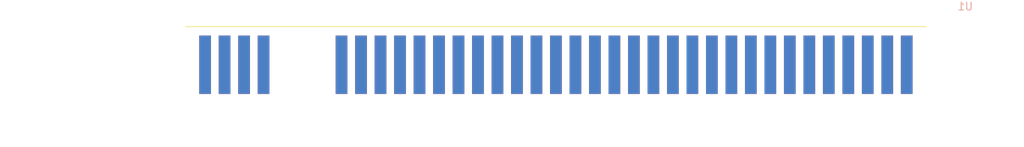
<source format=kicad_pcb>
(kicad_pcb (version 20171130) (host pcbnew "(5.1.2)-1")

  (general
    (thickness 1.6)
    (drawings 0)
    (tracks 0)
    (zones 0)
    (modules 1)
    (nets 1)
  )

  (page A4)
  (layers
    (0 F.Cu signal)
    (31 B.Cu signal)
    (32 B.Adhes user)
    (33 F.Adhes user)
    (34 B.Paste user)
    (35 F.Paste user)
    (36 B.SilkS user)
    (37 F.SilkS user)
    (38 B.Mask user)
    (39 F.Mask user)
    (40 Dwgs.User user)
    (41 Cmts.User user)
    (42 Eco1.User user)
    (43 Eco2.User user)
    (44 Edge.Cuts user)
    (45 Margin user)
    (46 B.CrtYd user)
    (47 F.CrtYd user)
    (48 B.Fab user)
    (49 F.Fab user)
  )

  (setup
    (last_trace_width 0.25)
    (trace_clearance 0.2)
    (zone_clearance 0.508)
    (zone_45_only no)
    (trace_min 0.2)
    (via_size 0.8)
    (via_drill 0.4)
    (via_min_size 0.4)
    (via_min_drill 0.3)
    (uvia_size 0.3)
    (uvia_drill 0.1)
    (uvias_allowed no)
    (uvia_min_size 0.2)
    (uvia_min_drill 0.1)
    (edge_width 0.05)
    (segment_width 0.2)
    (pcb_text_width 0.3)
    (pcb_text_size 1.5 1.5)
    (mod_edge_width 0.12)
    (mod_text_size 1 1)
    (mod_text_width 0.15)
    (pad_size 1.524 1.524)
    (pad_drill 0.762)
    (pad_to_mask_clearance 0.051)
    (solder_mask_min_width 0.25)
    (aux_axis_origin 0 0)
    (visible_elements FFFFEF7F)
    (pcbplotparams
      (layerselection 0x010fc_ffffffff)
      (usegerberextensions false)
      (usegerberattributes false)
      (usegerberadvancedattributes false)
      (creategerberjobfile false)
      (excludeedgelayer true)
      (linewidth 0.100000)
      (plotframeref false)
      (viasonmask false)
      (mode 1)
      (useauxorigin false)
      (hpglpennumber 1)
      (hpglpenspeed 20)
      (hpglpendiameter 15.000000)
      (psnegative false)
      (psa4output false)
      (plotreference true)
      (plotvalue true)
      (plotinvisibletext false)
      (padsonsilk false)
      (subtractmaskfromsilk false)
      (outputformat 1)
      (mirror false)
      (drillshape 1)
      (scaleselection 1)
      (outputdirectory ""))
  )

  (net 0 "")

  (net_class Default "This is the default net class."
    (clearance 0.2)
    (trace_width 0.25)
    (via_dia 0.8)
    (via_drill 0.4)
    (uvia_dia 0.3)
    (uvia_drill 0.1)
  )

  (module !mymodules:maxim_exp_card_narrow_flipped (layer F.Cu) (tedit 600D9CC2) (tstamp 607F0A10)
    (at 95.7072 78.3844)
    (path /6092FEF3)
    (fp_text reference U1 (at 101.6 -11.43 180) (layer B.SilkS)
      (effects (font (size 1 1) (thickness 0.15)) (justify mirror))
    )
    (fp_text value maxim_exp_slot (at 93.98 -3.31) (layer B.Fab)
      (effects (font (size 1 1) (thickness 0.15)) (justify mirror))
    )
    (fp_arc (start 1.27 -1.27) (end 1.27 0) (angle 90) (layer Dwgs.User) (width 0.05))
    (fp_arc (start 11.43 -1.27) (end 12.7 -1.27) (angle 90) (layer Dwgs.User) (width 0.05))
    (fp_arc (start 19.05 -1.27) (end 19.05 0) (angle 90) (layer Dwgs.User) (width 0.05))
    (fp_arc (start 95.25 -1.27) (end 96.52 -1.27) (angle 90) (layer Dwgs.User) (width 0.05))
    (fp_line (start 109.22 6.9) (end -24.13 6.9) (layer F.Fab) (width 0.12))
    (fp_line (start 0 -1.27) (end 0 -10.16) (layer Dwgs.User) (width 0.05))
    (fp_line (start 12.7 -1.27) (end 12.7 -10.16) (layer Dwgs.User) (width 0.05))
    (fp_line (start 17.78 -10.16) (end 12.7 -10.16) (layer Dwgs.User) (width 0.05))
    (fp_line (start 17.78 -10.16) (end 17.78 -1.27) (layer Dwgs.User) (width 0.05))
    (fp_line (start 96.52 -1.27) (end 96.52 -10.16) (layer Dwgs.User) (width 0.05))
    (fp_line (start 11.43 0) (end 1.27 0) (layer Dwgs.User) (width 0.05))
    (fp_line (start 19.05 0) (end 95.25 0) (layer Dwgs.User) (width 0.05))
    (fp_line (start 96.52 -8.8) (end 0 -8.8) (layer F.SilkS) (width 0.15))
    (pad 10 smd rect (at 55.88 -3.81 180) (size 1.524 7.62) (layers B.Cu B.Paste B.Mask))
    (pad x14 smd rect (at 27.94 -3.81) (size 1.524 7.62) (layers B.Cu B.Paste B.Mask))
    (pad 38 smd rect (at 91.44 -3.81 180) (size 1.524 7.62) (layers B.Cu B.Paste B.Mask))
    (pad 34 smd rect (at 86.36 -3.81 180) (size 1.524 7.62) (layers B.Cu B.Paste B.Mask))
    (pad p10 smd rect (at 2.54 -3.81) (size 1.524 7.62) (layers B.Cu B.Paste B.Mask))
    (pad x4 smd rect (at 40.64 -3.81) (size 1.524 7.62) (layers B.Cu B.Paste B.Mask))
    (pad 40 smd rect (at 93.98 -3.81 180) (size 1.524 7.62) (layers B.Cu B.Paste B.Mask))
    (pad 16 smd rect (at 63.5 -3.81 180) (size 1.524 7.62) (layers B.Cu B.Paste B.Mask))
    (pad 4 smd rect (at 48.26 -3.81 180) (size 1.524 7.62) (layers B.Cu B.Paste B.Mask))
    (pad x10 smd rect (at 33.02 -3.81) (size 1.524 7.62) (layers B.Cu B.Paste B.Mask))
    (pad 18 smd rect (at 66.04 -3.81 180) (size 1.524 7.62) (layers B.Cu B.Paste B.Mask))
    (pad 26 smd rect (at 76.2 -3.81 180) (size 1.524 7.62) (layers B.Cu B.Paste B.Mask))
    (pad 14 smd rect (at 60.96 -3.81 180) (size 1.524 7.62) (layers B.Cu B.Paste B.Mask))
    (pad p4 smd rect (at 10.16 -3.81) (size 1.524 7.62) (layers B.Cu B.Paste B.Mask))
    (pad x6 smd rect (at 38.1 -3.81) (size 1.524 7.62) (layers B.Cu B.Paste B.Mask))
    (pad 20 smd rect (at 68.58 -3.81 180) (size 1.524 7.62) (layers B.Cu B.Paste B.Mask))
    (pad 28 smd rect (at 78.74 -3.81 180) (size 1.524 7.62) (layers B.Cu B.Paste B.Mask))
    (pad 32 smd rect (at 83.82 -3.81 180) (size 1.524 7.62) (layers B.Cu B.Paste B.Mask))
    (pad 2 smd rect (at 45.72 -3.81 180) (size 1.524 7.62) (layers B.Cu B.Paste B.Mask))
    (pad 24 smd rect (at 73.66 -3.81 180) (size 1.524 7.62) (layers B.Cu B.Paste B.Mask))
    (pad 30 smd rect (at 81.28 -3.81 180) (size 1.524 7.62) (layers B.Cu B.Paste B.Mask))
    (pad p2 smd rect (at 20.32 -3.81) (size 1.524 7.62) (layers B.Cu B.Paste B.Mask))
    (pad x18 smd rect (at 22.86 -3.81) (size 1.524 7.62) (layers B.Cu B.Paste B.Mask))
    (pad p6 smd rect (at 7.62 -3.81) (size 1.524 7.62) (layers B.Cu B.Paste B.Mask))
    (pad p8 smd rect (at 5.08 -3.81) (size 1.524 7.62) (layers B.Cu B.Paste B.Mask))
    (pad 36 smd rect (at 88.9 -3.81 180) (size 1.524 7.62) (layers B.Cu B.Paste B.Mask))
    (pad x2 smd rect (at 43.18 -3.81) (size 1.524 7.62) (layers B.Cu B.Paste B.Mask))
    (pad x8 smd rect (at 35.56 -3.81) (size 1.524 7.62) (layers B.Cu B.Paste B.Mask))
    (pad 22 smd rect (at 71.12 -3.81 180) (size 1.524 7.62) (layers B.Cu B.Paste B.Mask))
    (pad 12 smd rect (at 58.42 -3.81 180) (size 1.524 7.62) (layers B.Cu B.Paste B.Mask))
    (pad x12 smd rect (at 30.48 -3.81) (size 1.524 7.62) (layers B.Cu B.Paste B.Mask))
    (pad 8 smd rect (at 53.34 -3.81 180) (size 1.524 7.62) (layers B.Cu B.Paste B.Mask))
    (pad 6 smd rect (at 50.8 -3.81 180) (size 1.524 7.62) (layers B.Cu B.Paste B.Mask))
    (pad x16 smd rect (at 25.4 -3.81) (size 1.524 7.62) (layers B.Cu B.Paste B.Mask))
    (pad p1 smd rect (at 20.32 -3.81) (size 1.524 7.62) (layers F.Cu F.Paste F.Mask))
    (pad x15 smd rect (at 25.4 -3.81) (size 1.524 7.62) (layers F.Cu F.Paste F.Mask))
    (pad x13 smd rect (at 27.94 -3.81) (size 1.524 7.62) (layers F.Cu F.Paste F.Mask))
    (pad x17 smd rect (at 22.86 -3.81) (size 1.524 7.62) (layers F.Cu F.Paste F.Mask))
    (pad p5 smd rect (at 7.62 -3.81) (size 1.524 7.62) (layers F.Cu F.Paste F.Mask))
    (pad x11 smd rect (at 30.48 -3.81) (size 1.524 7.62) (layers F.Cu F.Paste F.Mask))
    (pad p3 smd rect (at 10.16 -3.81) (size 1.524 7.62) (layers F.Cu F.Paste F.Mask))
    (pad p7 smd rect (at 5.08 -3.81) (size 1.524 7.62) (layers F.Cu F.Paste F.Mask))
    (pad 35 smd rect (at 88.9 -3.81 180) (size 1.524 7.62) (layers F.Cu F.Paste F.Mask))
    (pad x1 smd rect (at 43.18 -3.81) (size 1.524 7.62) (layers F.Cu F.Paste F.Mask))
    (pad p9 smd rect (at 2.54 -3.81) (size 1.524 7.62) (layers F.Cu F.Paste F.Mask))
    (pad x3 smd rect (at 40.64 -3.81) (size 1.524 7.62) (layers F.Cu F.Paste F.Mask))
    (pad x5 smd rect (at 38.1 -3.81) (size 1.524 7.62) (layers F.Cu F.Paste F.Mask))
    (pad 39 smd rect (at 93.98 -3.81 180) (size 1.524 7.62) (layers F.Cu F.Paste F.Mask))
    (pad 37 smd rect (at 91.44 -3.81 180) (size 1.524 7.62) (layers F.Cu F.Paste F.Mask))
    (pad x7 smd rect (at 35.56 -3.81) (size 1.524 7.62) (layers F.Cu F.Paste F.Mask))
    (pad x9 smd rect (at 33.02 -3.81) (size 1.524 7.62) (layers F.Cu F.Paste F.Mask))
    (pad 33 smd rect (at 86.36 -3.81 180) (size 1.524 7.62) (layers F.Cu F.Paste F.Mask))
    (pad 25 smd rect (at 76.2 -3.81 180) (size 1.524 7.62) (layers F.Cu F.Paste F.Mask))
    (pad 31 smd rect (at 83.82 -3.81 180) (size 1.524 7.62) (layers F.Cu F.Paste F.Mask))
    (pad 19 smd rect (at 68.58 -3.81 180) (size 1.524 7.62) (layers F.Cu F.Paste F.Mask))
    (pad 27 smd rect (at 78.74 -3.81 180) (size 1.524 7.62) (layers F.Cu F.Paste F.Mask))
    (pad 23 smd rect (at 73.66 -3.81 180) (size 1.524 7.62) (layers F.Cu F.Paste F.Mask))
    (pad 21 smd rect (at 71.12 -3.81 180) (size 1.524 7.62) (layers F.Cu F.Paste F.Mask))
    (pad 29 smd rect (at 81.28 -3.81 180) (size 1.524 7.62) (layers F.Cu F.Paste F.Mask))
    (pad 17 smd rect (at 66.04 -3.81 180) (size 1.524 7.62) (layers F.Cu F.Paste F.Mask))
    (pad 11 smd rect (at 58.42 -3.81 180) (size 1.524 7.62) (layers F.Cu F.Paste F.Mask))
    (pad 15 smd rect (at 63.5 -3.81 180) (size 1.524 7.62) (layers F.Cu F.Paste F.Mask))
    (pad 13 smd rect (at 60.96 -3.81 180) (size 1.524 7.62) (layers F.Cu F.Paste F.Mask))
    (pad 9 smd rect (at 55.88 -3.81 180) (size 1.524 7.62) (layers F.Cu F.Paste F.Mask))
    (pad 7 smd rect (at 53.34 -3.81 180) (size 1.524 7.62) (layers F.Cu F.Paste F.Mask))
    (pad 5 smd rect (at 50.8 -3.81 180) (size 1.524 7.62) (layers F.Cu F.Paste F.Mask))
    (pad 3 smd rect (at 48.26 -3.81 180) (size 1.524 7.62) (layers F.Cu F.Paste F.Mask))
    (pad 1 smd rect (at 45.72 -3.81 180) (size 1.524 7.62) (layers F.Cu F.Paste F.Mask))
  )

)

</source>
